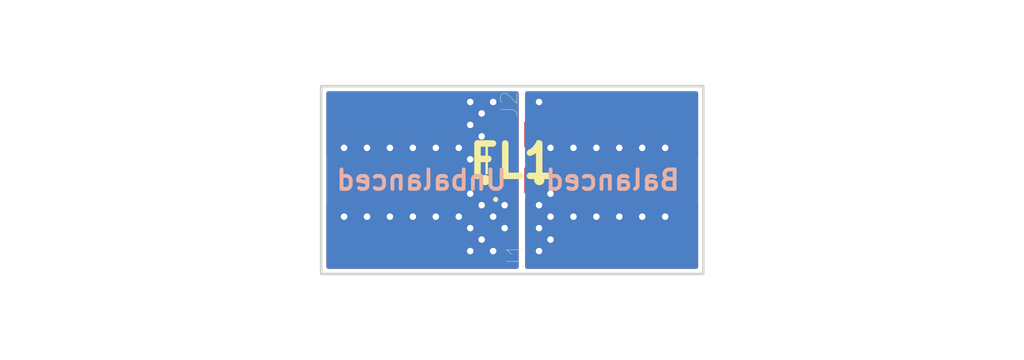
<source format=kicad_pcb>
(kicad_pcb (version 20171130) (host pcbnew "(5.1.9)-1")

  (general
    (thickness 1.6)
    (drawings 6)
    (tracks 51)
    (zones 0)
    (modules 3)
    (nets 5)
  )

  (page A4)
  (title_block
    (title "Hive Scale w/GPS")
    (date 2018-09-14)
    (rev 1)
    (comment 1 "Dave Selfors")
  )

  (layers
    (0 F.Cu mixed)
    (31 B.Cu power)
    (32 B.Adhes user)
    (33 F.Adhes user)
    (34 B.Paste user)
    (35 F.Paste user)
    (36 B.SilkS user)
    (37 F.SilkS user)
    (38 B.Mask user)
    (39 F.Mask user)
    (40 Dwgs.User user)
    (41 Cmts.User user)
    (42 Eco1.User user)
    (43 Eco2.User user)
    (44 Edge.Cuts user)
    (45 Margin user)
    (46 B.CrtYd user)
    (47 F.CrtYd user)
    (48 B.Fab user)
    (49 F.Fab user)
  )

  (setup
    (last_trace_width 0.34036)
    (user_trace_width 0.254)
    (user_trace_width 0.34036)
    (user_trace_width 0.508)
    (user_trace_width 0.762)
    (user_trace_width 1.016)
    (user_trace_width 1.27)
    (user_trace_width 1.524)
    (user_trace_width 1.778)
    (user_trace_width 2.032)
    (trace_clearance 0.1524)
    (zone_clearance 0.1524)
    (zone_45_only no)
    (trace_min 0.127)
    (via_size 0.34798)
    (via_drill 0.254)
    (via_min_size 0.34798)
    (via_min_drill 0.254)
    (user_via 0.349758 0.254)
    (user_via 0.508 0.254)
    (user_via 1 0.6)
    (uvia_size 0.7)
    (uvia_drill 0.4)
    (uvias_allowed no)
    (uvia_min_size 0)
    (uvia_min_drill 0)
    (edge_width 0.254)
    (segment_width 0.1524)
    (pcb_text_width 0.3)
    (pcb_text_size 1.5 1.5)
    (mod_edge_width 0.15)
    (mod_text_size 1 1)
    (mod_text_width 0.15)
    (pad_size 4.299999 4.299999)
    (pad_drill 4.299999)
    (pad_to_mask_clearance 0.2)
    (solder_mask_min_width 0.25)
    (aux_axis_origin 51.054 120.015)
    (grid_origin 51.054 120.015)
    (visible_elements 7FFDFE7F)
    (pcbplotparams
      (layerselection 0x010fc_7ffffffe)
      (usegerberextensions false)
      (usegerberattributes false)
      (usegerberadvancedattributes false)
      (creategerberjobfile false)
      (excludeedgelayer false)
      (linewidth 0.100000)
      (plotframeref false)
      (viasonmask false)
      (mode 1)
      (useauxorigin false)
      (hpglpennumber 1)
      (hpglpenspeed 20)
      (hpglpendiameter 15.000000)
      (psnegative false)
      (psa4output false)
      (plotreference true)
      (plotvalue false)
      (plotinvisibletext false)
      (padsonsilk false)
      (subtractmaskfromsilk false)
      (outputformat 1)
      (mirror false)
      (drillshape 0)
      (scaleselection 1)
      (outputdirectory "Gerbers/"))
  )

  (net 0 "")
  (net 1 GND)
  (net 2 /Balanced_P2)
  (net 3 /Balanced_P1)
  (net 4 /Unalanced)

  (net_class Default "This is the default net class."
    (clearance 0.1524)
    (trace_width 0.34036)
    (via_dia 0.34798)
    (via_drill 0.254)
    (uvia_dia 0.7)
    (uvia_drill 0.4)
    (diff_pair_width 0.2032)
    (diff_pair_gap 0.25)
    (add_net /Balanced_P1)
    (add_net /Balanced_P2)
    (add_net /Unalanced)
    (add_net GND)
  )

  (module Libraries:LINX_CONSMA013.062 (layer F.Cu) (tedit 601583CE) (tstamp 6015E860)
    (at 68.199 115.189 270)
    (path /60162063)
    (fp_text reference J2 (at -2.978 -6.9964 90) (layer F.SilkS)
      (effects (font (size 0.64 0.64) (thickness 0.015)))
    )
    (fp_text value CONSMA013.062 (at 2.3052 -5.9564 90) (layer F.Fab)
      (effects (font (size 0.64 0.64) (thickness 0.015)))
    )
    (fp_line (start 3.55 -5.33) (end -3.55 -5.33) (layer F.CrtYd) (width 0.05))
    (fp_line (start 3.55 12.95) (end 3.55 -5.33) (layer F.CrtYd) (width 0.05))
    (fp_line (start -3.55 12.95) (end 3.55 12.95) (layer F.CrtYd) (width 0.05))
    (fp_line (start -3.55 -5.33) (end -3.55 12.95) (layer F.CrtYd) (width 0.05))
    (fp_line (start 0.375 -4.75) (end 0.375 0) (layer F.Fab) (width 0.127))
    (fp_line (start -0.375 -4.75) (end 0.375 -4.75) (layer F.Fab) (width 0.127))
    (fp_line (start -0.375 0) (end -0.375 -4.75) (layer F.Fab) (width 0.127))
    (fp_line (start 3.175 -4.75) (end 3.175 0) (layer F.Fab) (width 0.127))
    (fp_line (start 2.175 -4.75) (end 3.175 -4.75) (layer F.Fab) (width 0.127))
    (fp_line (start 2.175 0) (end 2.175 -4.75) (layer F.Fab) (width 0.127))
    (fp_line (start -3.175 -4.75) (end -3.175 0) (layer F.Fab) (width 0.127))
    (fp_line (start -2.175 -4.75) (end -3.175 -4.75) (layer F.Fab) (width 0.127))
    (fp_line (start -2.175 0) (end -2.175 -4.75) (layer F.Fab) (width 0.127))
    (fp_line (start 3.175 0) (end 3.175 12.7) (layer F.Fab) (width 0.127))
    (fp_line (start 2.175 0) (end 3.175 0) (layer F.Fab) (width 0.127))
    (fp_line (start 0.375 0) (end 2.175 0) (layer F.Fab) (width 0.127))
    (fp_line (start -0.375 0) (end 0.375 0) (layer F.Fab) (width 0.127))
    (fp_line (start -2.175 0) (end -0.375 0) (layer F.Fab) (width 0.127))
    (fp_line (start -3.175 0) (end -2.175 0) (layer F.Fab) (width 0.127))
    (fp_line (start -3.175 12.7) (end -3.175 0) (layer F.Fab) (width 0.127))
    (fp_line (start -3.175 12.7) (end 3.175 12.7) (layer F.Fab) (width 0.127))
    (fp_line (start 3.175 0) (end 6.09 0) (layer F.Fab) (width 0.127))
    (fp_line (start -6.09 0) (end -3.175 0) (layer F.Fab) (width 0.127))
    (fp_circle (center 0 -6.05) (end 0.1 -6.05) (layer F.SilkS) (width 0.2))
    (fp_circle (center 0 -6.05) (end 0.1 -6.05) (layer F.Fab) (width 0.2))
    (fp_line (start 3.55 -5.33) (end -3.55 -5.33) (layer B.CrtYd) (width 0.05))
    (fp_line (start 3.55 12.95) (end 3.55 -5.33) (layer B.CrtYd) (width 0.05))
    (fp_line (start -3.55 12.95) (end 3.55 12.95) (layer B.CrtYd) (width 0.05))
    (fp_line (start -3.55 -5.33) (end -3.55 12.95) (layer B.CrtYd) (width 0.05))
    (fp_text user PCB~Edge (at 5 0.97 90) (layer F.Fab)
      (effects (font (size 0.64 0.64) (thickness 0.015)))
    )
    (pad S4 smd rect (at 2.54 -2.54 270) (size 1.52 5.08) (layers B.Cu B.Paste B.Mask)
      (net 1 GND))
    (pad S3 smd rect (at -2.54 -2.54 270) (size 1.52 5.08) (layers B.Cu B.Paste B.Mask)
      (net 1 GND))
    (pad S2 smd rect (at 2.54 -2.54 270) (size 1.52 5.08) (layers F.Cu F.Paste F.Mask)
      (net 1 GND))
    (pad 1 smd rect (at 0 -2.54 270) (size 1.52 5.08) (layers F.Cu F.Paste F.Mask)
      (net 4 /Unalanced))
    (pad S1 smd rect (at -2.54 -2.54 270) (size 1.52 5.08) (layers F.Cu F.Paste F.Mask)
      (net 1 GND))
  )

  (module Libraries:LINX_CONSMA013.062 (layer F.Cu) (tedit 601583CE) (tstamp 6015E58F)
    (at 82.423 115.189 90)
    (path /601599C0)
    (fp_text reference J1 (at -2.978 -6.9964 90) (layer F.SilkS)
      (effects (font (size 0.64 0.64) (thickness 0.015)))
    )
    (fp_text value CONSMA013.062 (at 2.3052 -5.9564 90) (layer F.Fab)
      (effects (font (size 0.64 0.64) (thickness 0.015)))
    )
    (fp_line (start 3.55 -5.33) (end -3.55 -5.33) (layer F.CrtYd) (width 0.05))
    (fp_line (start 3.55 12.95) (end 3.55 -5.33) (layer F.CrtYd) (width 0.05))
    (fp_line (start -3.55 12.95) (end 3.55 12.95) (layer F.CrtYd) (width 0.05))
    (fp_line (start -3.55 -5.33) (end -3.55 12.95) (layer F.CrtYd) (width 0.05))
    (fp_line (start 0.375 -4.75) (end 0.375 0) (layer F.Fab) (width 0.127))
    (fp_line (start -0.375 -4.75) (end 0.375 -4.75) (layer F.Fab) (width 0.127))
    (fp_line (start -0.375 0) (end -0.375 -4.75) (layer F.Fab) (width 0.127))
    (fp_line (start 3.175 -4.75) (end 3.175 0) (layer F.Fab) (width 0.127))
    (fp_line (start 2.175 -4.75) (end 3.175 -4.75) (layer F.Fab) (width 0.127))
    (fp_line (start 2.175 0) (end 2.175 -4.75) (layer F.Fab) (width 0.127))
    (fp_line (start -3.175 -4.75) (end -3.175 0) (layer F.Fab) (width 0.127))
    (fp_line (start -2.175 -4.75) (end -3.175 -4.75) (layer F.Fab) (width 0.127))
    (fp_line (start -2.175 0) (end -2.175 -4.75) (layer F.Fab) (width 0.127))
    (fp_line (start 3.175 0) (end 3.175 12.7) (layer F.Fab) (width 0.127))
    (fp_line (start 2.175 0) (end 3.175 0) (layer F.Fab) (width 0.127))
    (fp_line (start 0.375 0) (end 2.175 0) (layer F.Fab) (width 0.127))
    (fp_line (start -0.375 0) (end 0.375 0) (layer F.Fab) (width 0.127))
    (fp_line (start -2.175 0) (end -0.375 0) (layer F.Fab) (width 0.127))
    (fp_line (start -3.175 0) (end -2.175 0) (layer F.Fab) (width 0.127))
    (fp_line (start -3.175 12.7) (end -3.175 0) (layer F.Fab) (width 0.127))
    (fp_line (start -3.175 12.7) (end 3.175 12.7) (layer F.Fab) (width 0.127))
    (fp_line (start 3.175 0) (end 6.09 0) (layer F.Fab) (width 0.127))
    (fp_line (start -6.09 0) (end -3.175 0) (layer F.Fab) (width 0.127))
    (fp_circle (center 0 -6.05) (end 0.1 -6.05) (layer F.SilkS) (width 0.2))
    (fp_circle (center 0 -6.05) (end 0.1 -6.05) (layer F.Fab) (width 0.2))
    (fp_line (start 3.55 -5.33) (end -3.55 -5.33) (layer B.CrtYd) (width 0.05))
    (fp_line (start 3.55 12.95) (end 3.55 -5.33) (layer B.CrtYd) (width 0.05))
    (fp_line (start -3.55 12.95) (end 3.55 12.95) (layer B.CrtYd) (width 0.05))
    (fp_line (start -3.55 -5.33) (end -3.55 12.95) (layer B.CrtYd) (width 0.05))
    (fp_text user PCB~Edge (at 5 0.97 90) (layer F.Fab)
      (effects (font (size 0.64 0.64) (thickness 0.015)))
    )
    (pad S4 smd rect (at 2.54 -2.54 90) (size 1.52 5.08) (layers B.Cu B.Paste B.Mask)
      (net 2 /Balanced_P2))
    (pad S3 smd rect (at -2.54 -2.54 90) (size 1.52 5.08) (layers B.Cu B.Paste B.Mask)
      (net 2 /Balanced_P2))
    (pad S2 smd rect (at 2.54 -2.54 90) (size 1.52 5.08) (layers F.Cu F.Paste F.Mask)
      (net 2 /Balanced_P2))
    (pad 1 smd rect (at 0 -2.54 90) (size 1.52 5.08) (layers F.Cu F.Paste F.Mask)
      (net 3 /Balanced_P1))
    (pad S1 smd rect (at -2.54 -2.54 90) (size 1.52 5.08) (layers F.Cu F.Paste F.Mask)
      (net 2 /Balanced_P2))
  )

  (module SamacSys_Parts:0915BM15A0001E (layer F.Cu) (tedit 0) (tstamp 600E5DD0)
    (at 75.311 114.3 180)
    (descr 0915BM15A0001E-1)
    (tags Filter)
    (path /600CE8B6)
    (attr smd)
    (fp_text reference FL1 (at 0 -0.15) (layer F.SilkS)
      (effects (font (size 1.27 1.27) (thickness 0.254)))
    )
    (fp_text value 0915BM15A0001E (at 0 -0.15) (layer F.SilkS) hide
      (effects (font (size 1.27 1.27) (thickness 0.254)))
    )
    (fp_line (start 0.65 -1.7) (end 0.65 -1.7) (layer F.SilkS) (width 0.1))
    (fp_line (start 0.65 -1.6) (end 0.65 -1.6) (layer F.SilkS) (width 0.1))
    (fp_line (start 1 -0.625) (end 1 0.625) (layer F.SilkS) (width 0.1))
    (fp_line (start -1 -0.625) (end -1 0.625) (layer F.SilkS) (width 0.1))
    (fp_line (start -1.7 2.1) (end -1.7 -2.4) (layer F.CrtYd) (width 0.1))
    (fp_line (start 1.7 2.1) (end -1.7 2.1) (layer F.CrtYd) (width 0.1))
    (fp_line (start 1.7 -2.4) (end 1.7 2.1) (layer F.CrtYd) (width 0.1))
    (fp_line (start -1.7 -2.4) (end 1.7 -2.4) (layer F.CrtYd) (width 0.1))
    (fp_line (start -1 0.625) (end -1 -0.625) (layer F.Fab) (width 0.2))
    (fp_line (start 1 0.625) (end -1 0.625) (layer F.Fab) (width 0.2))
    (fp_line (start 1 -0.625) (end 1 0.625) (layer F.Fab) (width 0.2))
    (fp_line (start -1 -0.625) (end 1 -0.625) (layer F.Fab) (width 0.2))
    (fp_arc (start 0.65 -1.65) (end 0.65 -1.7) (angle 180) (layer F.SilkS) (width 0.1))
    (fp_arc (start 0.65 -1.65) (end 0.65 -1.6) (angle 180) (layer F.SilkS) (width 0.1))
    (fp_text user %R (at 0 -0.15) (layer F.Fab)
      (effects (font (size 1.27 1.27) (thickness 0.254)))
    )
    (pad 6 smd rect (at 0.65 0.9 180) (size 0.35 1) (layers F.Cu F.Paste F.Mask)
      (net 1 GND))
    (pad 5 smd rect (at 0 0.9 180) (size 0.35 1) (layers F.Cu F.Paste F.Mask)
      (net 1 GND))
    (pad 4 smd rect (at -0.65 0.9 180) (size 0.35 1) (layers F.Cu F.Paste F.Mask)
      (net 2 /Balanced_P2))
    (pad 3 smd rect (at -0.65 -0.9 180) (size 0.35 1) (layers F.Cu F.Paste F.Mask)
      (net 3 /Balanced_P1))
    (pad 2 smd rect (at 0 -0.9 180) (size 0.35 1) (layers F.Cu F.Paste F.Mask)
      (net 1 GND))
    (pad 1 smd rect (at 0.65 -0.9 180) (size 0.35 1) (layers F.Cu F.Paste F.Mask)
      (net 4 /Unalanced))
    (model "C:\\Users\\Den PC\\Documents\\KiCad\\Libraries\\SamacSys_Parts.3dshapes\\0915BM15A0001E.stp"
      (at (xyz 0 0 0))
      (scale (xyz 1 1 1))
      (rotate (xyz 0 0 0))
    )
  )

  (gr_text Unbalanced (at 71.755 115.189) (layer B.SilkS)
    (effects (font (size 0.762 0.762) (thickness 0.15)) (justify mirror))
  )
  (gr_text Balanced (at 79.248 115.189) (layer B.SilkS)
    (effects (font (size 0.762 0.762) (thickness 0.15)) (justify mirror))
  )
  (gr_line (start 82.804 111.506) (end 82.804 118.872) (layer Edge.Cuts) (width 0.1))
  (gr_line (start 67.818 111.506) (end 82.804 111.506) (layer Edge.Cuts) (width 0.1))
  (gr_line (start 67.818 118.872) (end 67.818 111.506) (layer Edge.Cuts) (width 0.1))
  (gr_line (start 82.804 118.872) (end 67.818 118.872) (layer Edge.Cuts) (width 0.1))

  (via (at 68.716739 113.925497) (size 0.349758) (drill 0.254) (layers F.Cu B.Cu) (net 1) (tstamp 21))
  (via (at 68.716739 116.624045) (size 0.349758) (drill 0.254) (layers F.Cu B.Cu) (net 1) (tstamp 21))
  (via (at 69.616255 113.925497) (size 0.349758) (drill 0.254) (layers F.Cu B.Cu) (net 1) (tstamp 21))
  (via (at 69.616255 116.624045) (size 0.349758) (drill 0.254) (layers F.Cu B.Cu) (net 1) (tstamp 21))
  (via (at 70.515771 113.925497) (size 0.349758) (drill 0.254) (layers F.Cu B.Cu) (net 1) (tstamp 21))
  (via (at 70.515771 116.624045) (size 0.349758) (drill 0.254) (layers F.Cu B.Cu) (net 1) (tstamp 21))
  (via (at 71.415287 113.925497) (size 0.349758) (drill 0.254) (layers F.Cu B.Cu) (net 1) (tstamp 21))
  (via (at 71.415287 116.624045) (size 0.349758) (drill 0.254) (layers F.Cu B.Cu) (net 1) (tstamp 21))
  (via (at 72.314803 113.925497) (size 0.349758) (drill 0.254) (layers F.Cu B.Cu) (net 1) (tstamp 21))
  (via (at 72.314803 116.624045) (size 0.349758) (drill 0.254) (layers F.Cu B.Cu) (net 1) (tstamp 21))
  (via (at 73.214319 113.925497) (size 0.349758) (drill 0.254) (layers F.Cu B.Cu) (net 1) (tstamp 21))
  (via (at 73.214319 116.624045) (size 0.349758) (drill 0.254) (layers F.Cu B.Cu) (net 1) (tstamp 21))
  (via (at 73.664077 112.126465) (size 0.349758) (drill 0.254) (layers F.Cu B.Cu) (net 1) (tstamp 21))
  (via (at 73.664077 113.025981) (size 0.349758) (drill 0.254) (layers F.Cu B.Cu) (net 1) (tstamp 21))
  (via (at 73.664077 114.375255) (size 0.349758) (drill 0.254) (layers F.Cu B.Cu) (net 1) (tstamp 21))
  (via (at 73.664077 115.724529) (size 0.349758) (drill 0.254) (layers F.Cu B.Cu) (net 1) (tstamp 21))
  (via (at 73.664077 117.073803) (size 0.349758) (drill 0.254) (layers F.Cu B.Cu) (net 1) (tstamp 21))
  (via (at 73.664077 117.973319) (size 0.349758) (drill 0.254) (layers F.Cu B.Cu) (net 1) (tstamp 21))
  (via (at 74.113835 112.576223) (size 0.349758) (drill 0.254) (layers F.Cu B.Cu) (net 1) (tstamp 21))
  (via (at 74.113835 113.475739) (size 0.349758) (drill 0.254) (layers F.Cu B.Cu) (net 1) (tstamp 21))
  (via (at 74.113835 116.174287) (size 0.349758) (drill 0.254) (layers F.Cu B.Cu) (net 1) (tstamp 21))
  (via (at 74.113835 117.523561) (size 0.349758) (drill 0.254) (layers F.Cu B.Cu) (net 1) (tstamp 21))
  (via (at 74.563593 112.126465) (size 0.349758) (drill 0.254) (layers F.Cu B.Cu) (net 1) (tstamp 21))
  (via (at 74.563593 116.624045) (size 0.349758) (drill 0.254) (layers F.Cu B.Cu) (net 1) (tstamp 21))
  (via (at 74.563593 117.973319) (size 0.349758) (drill 0.254) (layers F.Cu B.Cu) (net 1) (tstamp 21))
  (via (at 75.013351 116.174287) (size 0.349758) (drill 0.254) (layers F.Cu B.Cu) (net 1) (tstamp 21))
  (via (at 75.013351 117.073803) (size 0.349758) (drill 0.254) (layers F.Cu B.Cu) (net 1) (tstamp 21))
  (segment (start 76.458 112.903) (end 75.961 113.4) (width 0.34036) (layer F.Cu) (net 2))
  (segment (start 80.772 112.903) (end 76.458 112.903) (width 0.34036) (layer F.Cu) (net 2))
  (via (at 76.362625 112.126465) (size 0.349758) (drill 0.254) (layers F.Cu B.Cu) (net 2) (tstamp 21))
  (via (at 76.362625 116.174287) (size 0.349758) (drill 0.254) (layers F.Cu B.Cu) (net 2) (tstamp 21))
  (via (at 76.362625 117.073803) (size 0.349758) (drill 0.254) (layers F.Cu B.Cu) (net 2) (tstamp 21))
  (via (at 76.362625 117.973319) (size 0.349758) (drill 0.254) (layers F.Cu B.Cu) (net 2) (tstamp 21))
  (via (at 76.812383 113.925497) (size 0.349758) (drill 0.254) (layers F.Cu B.Cu) (net 2) (tstamp 21))
  (via (at 76.812383 115.724529) (size 0.349758) (drill 0.254) (layers F.Cu B.Cu) (net 2) (tstamp 21))
  (via (at 76.812383 116.624045) (size 0.349758) (drill 0.254) (layers F.Cu B.Cu) (net 2) (tstamp 21))
  (via (at 76.812383 117.523561) (size 0.349758) (drill 0.254) (layers F.Cu B.Cu) (net 2) (tstamp 21))
  (via (at 77.711899 113.925497) (size 0.349758) (drill 0.254) (layers F.Cu B.Cu) (net 2) (tstamp 21))
  (via (at 77.711899 116.624045) (size 0.349758) (drill 0.254) (layers F.Cu B.Cu) (net 2) (tstamp 21))
  (via (at 78.611415 113.925497) (size 0.349758) (drill 0.254) (layers F.Cu B.Cu) (net 2) (tstamp 21))
  (via (at 78.611415 116.624045) (size 0.349758) (drill 0.254) (layers F.Cu B.Cu) (net 2) (tstamp 21))
  (via (at 79.510931 113.925497) (size 0.349758) (drill 0.254) (layers F.Cu B.Cu) (net 2) (tstamp 21))
  (via (at 79.510931 116.624045) (size 0.349758) (drill 0.254) (layers F.Cu B.Cu) (net 2) (tstamp 21))
  (via (at 80.410447 113.925497) (size 0.349758) (drill 0.254) (layers F.Cu B.Cu) (net 2) (tstamp 21))
  (via (at 80.410447 116.624045) (size 0.349758) (drill 0.254) (layers F.Cu B.Cu) (net 2) (tstamp 21))
  (via (at 81.309963 113.925497) (size 0.349758) (drill 0.254) (layers F.Cu B.Cu) (net 2) (tstamp 21))
  (via (at 81.309963 116.624045) (size 0.349758) (drill 0.254) (layers F.Cu B.Cu) (net 2) (tstamp 21))
  (segment (start 80.529 115.2) (end 80.772 115.443) (width 0.34036) (layer F.Cu) (net 3))
  (segment (start 75.961 115.2) (end 80.529 115.2) (width 0.34036) (layer F.Cu) (net 3))
  (segment (start 69.988 115.2) (end 69.977 115.189) (width 0.34036) (layer F.Cu) (net 4))
  (segment (start 74.661 115.2) (end 69.988 115.2) (width 0.34036) (layer F.Cu) (net 4))

  (zone (net 1) (net_name GND) (layer B.Cu) (tstamp 0) (hatch edge 0.508)
    (connect_pads yes (clearance 0.1524))
    (min_thickness 0.1524)
    (fill yes (arc_segments 32) (thermal_gap 0.508) (thermal_bridge_width 0.508) (smoothing chamfer) (radius 0.1524))
    (polygon
      (pts
        (xy 75.565 118.872) (xy 67.818 118.872) (xy 67.818 111.506) (xy 75.565 111.506)
      )
    )
    (filled_polygon
      (pts
        (xy 75.4888 118.5934) (xy 68.0966 118.5934) (xy 68.0966 111.7846) (xy 75.4888 111.7846)
      )
    )
  )
  (zone (net 2) (net_name /Balanced_P2) (layer B.Cu) (tstamp 0) (hatch edge 0.508)
    (connect_pads yes (clearance 0.1524))
    (min_thickness 0.1524)
    (fill yes (arc_segments 32) (thermal_gap 0.508) (thermal_bridge_width 0.508) (smoothing chamfer) (radius 0.1524))
    (polygon
      (pts
        (xy 82.804 118.872) (xy 75.819 118.8085) (xy 75.819 111.5695) (xy 82.804 111.633)
      )
    )
    (filled_polygon
      (pts
        (xy 82.525401 118.5934) (xy 75.8952 118.5934) (xy 75.8952 111.7846) (xy 82.5254 111.7846)
      )
    )
  )
  (zone (net 2) (net_name /Balanced_P2) (layer F.Cu) (tstamp 0) (hatch edge 0.508)
    (connect_pads yes (clearance 0.1524))
    (min_thickness 0.1524)
    (fill yes (arc_segments 32) (thermal_gap 0.508) (thermal_bridge_width 0.508) (smoothing chamfer) (radius 0.1524))
    (polygon
      (pts
        (xy 82.804 118.872) (xy 75.819 118.872) (xy 75.819 111.506) (xy 82.804 111.506)
      )
    )
    (filled_polygon
      (pts
        (xy 77.113294 115.949) (xy 77.117708 115.993813) (xy 77.130779 116.036905) (xy 77.152006 116.076618) (xy 77.180573 116.111427)
        (xy 77.215382 116.139994) (xy 77.255095 116.161221) (xy 77.298187 116.174292) (xy 77.343 116.178706) (xy 82.423 116.178706)
        (xy 82.467813 116.174292) (xy 82.510905 116.161221) (xy 82.525401 116.153473) (xy 82.525401 118.5934) (xy 75.8952 118.5934)
        (xy 75.8952 115.929706) (xy 76.136 115.929706) (xy 76.180813 115.925292) (xy 76.223905 115.912221) (xy 76.263618 115.890994)
        (xy 76.298427 115.862427) (xy 76.326994 115.827618) (xy 76.348221 115.787905) (xy 76.361292 115.744813) (xy 76.365706 115.7)
        (xy 76.365706 115.59878) (xy 77.113294 115.59878)
      )
    )
    (filled_polygon
      (pts
        (xy 82.5254 114.224527) (xy 82.510905 114.216779) (xy 82.467813 114.203708) (xy 82.423 114.199294) (xy 77.343 114.199294)
        (xy 77.298187 114.203708) (xy 77.255095 114.216779) (xy 77.215382 114.238006) (xy 77.180573 114.266573) (xy 77.152006 114.301382)
        (xy 77.130779 114.341095) (xy 77.117708 114.384187) (xy 77.113294 114.429) (xy 77.113294 114.80122) (xy 76.365706 114.80122)
        (xy 76.365706 114.7) (xy 76.361292 114.655187) (xy 76.348221 114.612095) (xy 76.326994 114.572382) (xy 76.298427 114.537573)
        (xy 76.263618 114.509006) (xy 76.223905 114.487779) (xy 76.180813 114.474708) (xy 76.136 114.470294) (xy 75.8952 114.470294)
        (xy 75.8952 111.7846) (xy 82.5254 111.7846)
      )
    )
  )
  (zone (net 1) (net_name GND) (layer F.Cu) (tstamp 6015EE9E) (hatch edge 0.508)
    (connect_pads yes (clearance 0.1524))
    (min_thickness 0.1524)
    (fill yes (arc_segments 32) (thermal_gap 0.508) (thermal_bridge_width 0.508) (smoothing chamfer) (radius 0.1524))
    (polygon
      (pts
        (xy 75.565 118.872) (xy 67.818 118.872) (xy 67.818 111.506) (xy 75.565 111.506)
      )
    )
    (filled_polygon
      (pts
        (xy 75.4888 118.5934) (xy 68.0966 118.5934) (xy 68.0966 116.153473) (xy 68.111095 116.161221) (xy 68.154187 116.174292)
        (xy 68.199 116.178706) (xy 73.279 116.178706) (xy 73.323813 116.174292) (xy 73.366905 116.161221) (xy 73.406618 116.139994)
        (xy 73.441427 116.111427) (xy 73.469994 116.076618) (xy 73.491221 116.036905) (xy 73.504292 115.993813) (xy 73.508706 115.949)
        (xy 73.508706 115.59878) (xy 74.256294 115.59878) (xy 74.256294 115.7) (xy 74.260708 115.744813) (xy 74.273779 115.787905)
        (xy 74.295006 115.827618) (xy 74.323573 115.862427) (xy 74.358382 115.890994) (xy 74.398095 115.912221) (xy 74.441187 115.925292)
        (xy 74.486 115.929706) (xy 74.836 115.929706) (xy 74.880813 115.925292) (xy 74.923905 115.912221) (xy 74.963618 115.890994)
        (xy 74.998427 115.862427) (xy 75.026994 115.827618) (xy 75.048221 115.787905) (xy 75.061292 115.744813) (xy 75.065706 115.7)
        (xy 75.065706 114.7) (xy 75.061292 114.655187) (xy 75.048221 114.612095) (xy 75.026994 114.572382) (xy 74.998427 114.537573)
        (xy 74.963618 114.509006) (xy 74.923905 114.487779) (xy 74.880813 114.474708) (xy 74.836 114.470294) (xy 74.486 114.470294)
        (xy 74.441187 114.474708) (xy 74.398095 114.487779) (xy 74.358382 114.509006) (xy 74.323573 114.537573) (xy 74.295006 114.572382)
        (xy 74.273779 114.612095) (xy 74.260708 114.655187) (xy 74.256294 114.7) (xy 74.256294 114.80122) (xy 73.508706 114.80122)
        (xy 73.508706 114.429) (xy 73.504292 114.384187) (xy 73.491221 114.341095) (xy 73.469994 114.301382) (xy 73.441427 114.266573)
        (xy 73.406618 114.238006) (xy 73.366905 114.216779) (xy 73.323813 114.203708) (xy 73.279 114.199294) (xy 68.199 114.199294)
        (xy 68.154187 114.203708) (xy 68.111095 114.216779) (xy 68.0966 114.224527) (xy 68.0966 111.7846) (xy 75.4888 111.7846)
      )
    )
  )
)

</source>
